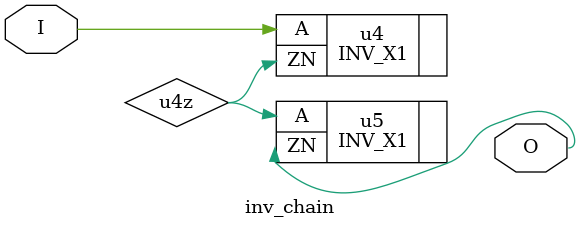
<source format=v>
module top (clk);
 input clk;

 wire r1q;
 wire u1z;
 wire u2z;
 wire u3z;
 wire u4z;
 wire u5z;
 wire u6z;
 wire u7z;

 DFF_X1 r1 (.CK(clk),
    .Q(r1q));
 BUF_X1 u1 (.A(r1q),
    .Z(u1z));

 buffer_chain bc1 (.I(u1z), .O(u3z));
 buffer_chain bc2 (.I(u1z), .O(u6z));
 
 inv_chain ic1 (.I(u1z), .O(u5z));
 inv_chain ic2 (.I(u1z), .O(u7z));
   
 DFF_X1 r2 (.D(u3z),
    .CK(clk));
 DFF_X1 r3 (.D(u5z),
    .CK(clk));
 DFF_X1 r4 (.D(u6z),
    .CK(clk));
 DFF_X1 r5 (.D(u7z),
    .CK(clk));
 DFF_X1 r6 (.D(r1q),
    .CK(clk));
 DFF_X1 r7 (.D(r1q),
    .CK(clk));
 DFF_X1 r8 (.D(r1q));
 DFF_X1 r9 (.D(r1q));
 DFF_X1 r10 (.D(r1q));
 DFF_X1 r11 (.D(r1q));
 DFF_X1 r12 (.D(r1q));
endmodule


module buffer_chain (I, O);
   input I;
   output O;
 BUF_X1 u2 (.A(I),
    .Z(u2z));
 BUF_X1 u3 (.A(u2z),
    .Z(O));
endmodule // buffer_chain

module inv_chain (I, O);
   input I;
   output O;
 INV_X1 u4 (.A(I),
    .ZN(u4z));
 INV_X1 u5 (.A(u4z),
    .ZN(O));
endmodule // inv_chain



</source>
